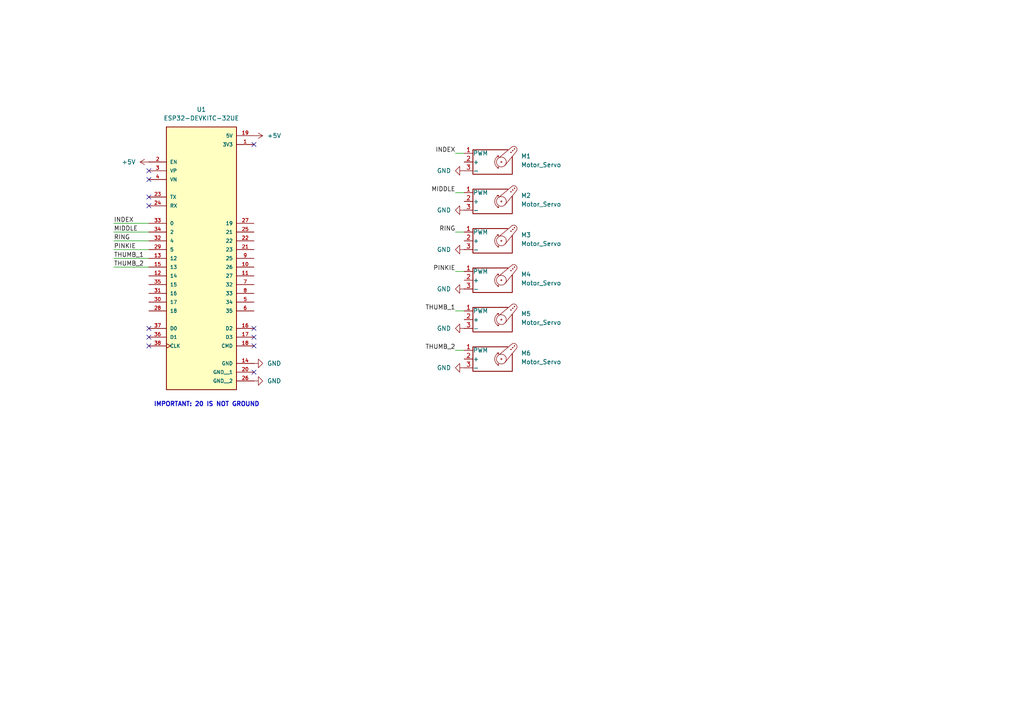
<source format=kicad_sch>
(kicad_sch (version 20231120) (generator "eeschema") (generator_version "8.0")
  (paper "A4")
  (title_block (date "2025-03-07") (company "Piano Hand: Electronics"))
  (lib_symbols
    (symbol "Library:ESP32-DEVKITC-32UE" (pin_names (offset 1.016))
      (property "Reference" "U" (at -10.16 36.83 0))
      (property "Value" "ESP32-DEVKITC-32UE" (at -10.16 -43.18 0))
      (symbol "ESP32-DEVKITC-32UE_0_0"
        (rectangle (start -10.16 -40.64) (end 10.16 35.56) (stroke (width 0.254)) (fill (type background)))
        (pin power_in line (at 15.24 30.48 180) (length 5.08) (name "3V3") (number "1"))
        (pin bidirectional line (at 15.24 -5.08 180) (length 5.08) (name "26") (number "10"))
        (pin bidirectional line (at 15.24 -7.62 180) (length 5.08) (name "27") (number "11"))
        (pin bidirectional line (at -15.24 -7.62 0) (length 5.08) (name "14") (number "12"))
        (pin bidirectional line (at -15.24 -2.54 0) (length 5.08) (name "12") (number "13"))
        (pin power_in line (at 15.24 -33.02 180) (length 5.08) (name "GND") (number "14"))
        (pin bidirectional line (at -15.24 -5.08 0) (length 5.08) (name "13") (number "15"))
        (pin bidirectional line (at 15.24 -22.86 180) (length 5.08) (name "D2") (number "16"))
        (pin bidirectional line (at 15.24 -25.4 180) (length 5.08) (name "D3") (number "17"))
        (pin bidirectional line (at 15.24 -27.94 180) (length 5.08) (name "CMD") (number "18"))
        (pin power_in line (at 15.24 33.02 180) (length 5.08) (name "5V") (number "19"))
        (pin input line (at -15.24 25.4 0) (length 5.08) (name "EN") (number "2"))
        (pin power_in line (at 15.24 -35.56 180) (length 5.08) (name "GND__1") (number "20"))
        (pin bidirectional line (at 15.24 0 180) (length 5.08) (name "23") (number "21"))
        (pin bidirectional line (at 15.24 2.54 180) (length 5.08) (name "22") (number "22"))
        (pin bidirectional line (at -15.24 15.24 0) (length 5.08) (name "TX") (number "23"))
        (pin bidirectional line (at -15.24 12.7 0) (length 5.08) (name "RX") (number "24"))
        (pin bidirectional line (at 15.24 5.08 180) (length 5.08) (name "21") (number "25"))
        (pin power_in line (at 15.24 -38.1 180) (length 5.08) (name "GND__2") (number "26"))
        (pin bidirectional line (at 15.24 7.62 180) (length 5.08) (name "19") (number "27"))
        (pin bidirectional line (at -15.24 -17.78 0) (length 5.08) (name "18") (number "28"))
        (pin bidirectional line (at -15.24 0 0) (length 5.08) (name "5") (number "29"))
        (pin input line (at -15.24 22.86 0) (length 5.08) (name "VP") (number "3"))
        (pin bidirectional line (at -15.24 -15.24 0) (length 5.08) (name "17") (number "30"))
        (pin bidirectional line (at -15.24 -12.7 0) (length 5.08) (name "16") (number "31"))
        (pin bidirectional line (at -15.24 2.54 0) (length 5.08) (name "4") (number "32"))
        (pin bidirectional line (at -15.24 7.62 0) (length 5.08) (name "0") (number "33"))
        (pin bidirectional line (at -15.24 5.08 0) (length 5.08) (name "2") (number "34"))
        (pin bidirectional line (at -15.24 -10.16 0) (length 5.08) (name "15") (number "35"))
        (pin bidirectional line (at -15.24 -25.4 0) (length 5.08) (name "D1") (number "36"))
        (pin bidirectional line (at -15.24 -22.86 0) (length 5.08) (name "D0") (number "37"))
        (pin bidirectional clock (at -15.24 -27.94 0) (length 5.08) (name "CLK") (number "38"))
        (pin input line (at -15.24 20.32 0) (length 5.08) (name "VN") (number "4"))
        (pin bidirectional line (at 15.24 -15.24 180) (length 5.08) (name "34") (number "5"))
        (pin bidirectional line (at 15.24 -17.78 180) (length 5.08) (name "35") (number "6"))
        (pin bidirectional line (at 15.24 -10.16 180) (length 5.08) (name "32") (number "7"))
        (pin bidirectional line (at 15.24 -12.7 180) (length 5.08) (name "33") (number "8"))
        (pin bidirectional line (at 15.24 -2.54 180) (length 5.08) (name "25") (number "9"))
      )
    )
    (symbol "Motor:Motor_Servo" (pin_names (offset 0.0254))
      (property "Reference" "M" (at -5.08 4.445 0))
      (property "Value" "Motor_Servo" (at -5.08 -4.064 0))
      (symbol "Motor_Servo_0_1"
        (polyline (pts (xy 2.413 -1.778) (xy 2.032 -1.778)))
        (polyline (pts (xy 2.413 -1.778) (xy 2.286 -1.397)))
        (polyline (pts (xy 2.413 1.778) (xy 1.905 1.778)))
        (polyline (pts (xy 2.413 1.778) (xy 2.286 1.397)))
        (polyline (pts (xy 6.35 4.445) (xy 2.54 1.27)))
        (polyline (pts (xy 7.62 3.175) (xy 4.191 -1.016)))
        (polyline (pts (xy 5.08 3.556) (xy -5.08 3.556) (xy -5.08 -3.556) (xy 6.35 -3.556) (xy 6.35 1.524)) (stroke (width 0.254)))
        (arc (start 2.413 1.778) (mid 1.2406 0) (end 2.413 -1.778))
        (circle (center 3.175 0) (radius 0.1778))
        (circle (center 3.175 0) (radius 1.4224))
        (circle (center 5.969 2.794) (radius 0.127))
        (circle (center 6.477 3.302) (radius 0.127))
        (circle (center 6.985 3.81) (radius 0.127))
        (arc (start 7.62 3.175) (mid 7.4485 4.2735) (end 6.35 4.445))
      )
      (symbol "Motor_Servo_1_1"
        (pin passive line (at -7.62 2.54 0) (length 2.54) (name "PWM") (number "1"))
        (pin passive line (at -7.62 0 0) (length 2.54) (name "+") (number "2"))
        (pin passive line (at -7.62 -2.54 0) (length 2.54) (name "-") (number "3"))
      )
    )
    (symbol "power:+5V" (power) (pin_numbers hide) (pin_names (offset 0) hide)
      (property "Value" "+5V" (at 0 3.556 0))
      (symbol "+5V_0_1"
        (polyline (pts (xy -0.762 1.27) (xy 0 2.54)))
        (polyline (pts (xy 0 0) (xy 0 2.54)))
        (polyline (pts (xy 0 2.54) (xy 0.762 1.27)))
      )
      (symbol "+5V_1_1"
        (pin power_in line (at 0 0 90) (length 0) (name "~") (number "1"))
      )
    )
    (symbol "power:GND" (power) (pin_numbers hide) (pin_names (offset 0) hide)
      (property "Value" "GND" (at 0 -3.81 0))
      (symbol "GND_0_1"
        (polyline (pts (xy 0 0) (xy 0 -1.27) (xy 1.27 -1.27) (xy 0 -2.54) (xy -1.27 -1.27) (xy 0 -1.27)))
      )
      (symbol "GND_1_1"
        (pin power_in line (at 0 0 270) (length 0) (name "~") (number "1"))
      )
    )
  )
  (no_connect (at 43.18 49.53))
  (no_connect (at 43.18 59.69))
  (no_connect (at 43.18 57.15))
  (no_connect (at 73.66 107.95))
  (no_connect (at 73.66 95.25))
  (no_connect (at 73.66 100.33))
  (no_connect (at 43.18 97.79))
  (no_connect (at 43.18 100.33))
  (no_connect (at 43.18 52.07))
  (no_connect (at 73.66 97.79))
  (no_connect (at 73.66 41.91))
  (no_connect (at 43.18 95.25))
  (wire (pts (xy 132.08 78.74) (xy 134.62 78.74)))
  (wire (pts (xy 33.02 67.31) (xy 43.18 67.31)))
  (wire (pts (xy 33.02 74.93) (xy 43.18 74.93)))
  (wire (pts (xy 33.02 72.39) (xy 43.18 72.39)))
  (wire (pts (xy 132.08 101.6) (xy 134.62 101.6)))
  (wire (pts (xy 132.08 44.45) (xy 134.62 44.45)))
  (wire (pts (xy 33.02 69.85) (xy 43.18 69.85)))
  (wire (pts (xy 33.02 77.47) (xy 43.18 77.47)))
  (wire (pts (xy 132.08 90.17) (xy 134.62 90.17)))
  (wire (pts (xy 132.08 55.88) (xy 134.62 55.88)))
  (wire (pts (xy 132.08 67.31) (xy 134.62 67.31)))
  (wire (pts (xy 33.02 64.77) (xy 43.18 64.77)))
  (text "IMPORTANT: 20 IS NOT GROUND" (at 59.944 117.348 0) (effects (font (size 1.27 1.27) (thickness 0.254) (bold yes))))
  (label "MIDDLE" (at 132.08 55.88 180))
  (label "INDEX" (at 132.08 44.45 180))
  (label "RING" (at 33.02 69.85 0))
  (label "RING" (at 132.08 67.31 180))
  (label "THUMB_2" (at 132.08 101.6 180))
  (label "INDEX" (at 33.02 64.77 0))
  (label "PINKIE" (at 33.02 72.39 0))
  (label "THUMB_1" (at 33.02 74.93 0))
  (label "PINKIE" (at 132.08 78.74 180))
  (label "THUMB_2" (at 33.02 77.47 0))
  (label "THUMB_1" (at 132.08 90.17 180))
  (label "MIDDLE" (at 33.02 67.31 0))
  (symbol (lib_id "Motor:Motor_Servo") (at 142.24 81.28 0) (unit 1)
    (property "Reference" "M4" (at 151.13 79.5765 0) (effects (justify left)))
    (property "Value" "Motor_Servo" (at 151.13 82.1165 0) (effects (justify left)))
    (property "Datasheet" "http://forums.parallax.com/uploads/attachments/46831/74481.png" (effects (hide yes)))
    (property "Description" "Servo Motor (Futaba, HiTec, JR connector)" (effects (hide yes)))
  )
  (symbol (lib_id "power:+5V") (at 43.18 46.99 90) (unit 1)
    (property "Reference" "#PWR2" (effects (hide yes)))
    (property "Value" "+5V" (at 39.37 46.9899 90) (effects (justify left)))
    (property "Description" "Power symbol creates a global label with name \"+5V\"" (effects (hide yes)))
  )
  (symbol (lib_id "Motor:Motor_Servo") (at 142.24 69.85 0) (unit 1)
    (property "Reference" "M3" (at 151.13 68.1465 0) (effects (justify left)))
    (property "Value" "Motor_Servo" (at 151.13 70.6865 0) (effects (justify left)))
    (property "Datasheet" "http://forums.parallax.com/uploads/attachments/46831/74481.png" (effects (hide yes)))
    (property "Description" "Servo Motor (Futaba, HiTec, JR connector)" (effects (hide yes)))
  )
  (symbol (lib_id "power:+5V") (at 73.66 39.37 270) (unit 1)
    (property "Reference" "#PWR1" (effects (hide yes)))
    (property "Value" "+5V" (at 77.47 39.3699 90) (effects (justify left)))
    (property "Description" "Power symbol creates a global label with name \"+5V\"" (effects (hide yes)))
  )
  (symbol (lib_id "power:GND") (at 134.62 49.53 270) (unit 1)
    (property "Reference" "#PWR5" (effects (hide yes)))
    (property "Value" "GND" (at 130.81 49.5299 90) (effects (justify right)))
    (property "Description" "Power symbol creates a global label with name \"GND\" , ground" (effects (hide yes)))
  )
  (symbol (lib_id "Motor:Motor_Servo") (at 142.24 46.99 0) (unit 1)
    (property "Reference" "M1" (at 151.13 45.2865 0) (effects (justify left)))
    (property "Value" "Motor_Servo" (at 151.13 47.8265 0) (effects (justify left)))
    (property "Datasheet" "http://forums.parallax.com/uploads/attachments/46831/74481.png" (effects (hide yes)))
    (property "Description" "Servo Motor (Futaba, HiTec, JR connector)" (effects (hide yes)))
  )
  (symbol (lib_id "power:GND") (at 134.62 72.39 270) (unit 1)
    (property "Reference" "#PWR7" (effects (hide yes)))
    (property "Value" "GND" (at 130.81 72.3899 90) (effects (justify right)))
    (property "Description" "Power symbol creates a global label with name \"GND\" , ground" (effects (hide yes)))
  )
  (symbol (lib_id "power:GND") (at 134.62 106.68 270) (unit 1)
    (property "Reference" "#PWR10" (effects (hide yes)))
    (property "Value" "GND" (at 130.81 106.6799 90) (effects (justify right)))
    (property "Description" "Power symbol creates a global label with name \"GND\" , ground" (effects (hide yes)))
  )
  (symbol (lib_id "Motor:Motor_Servo") (at 142.24 92.71 0) (unit 1)
    (property "Reference" "M5" (at 151.13 91.0065 0) (effects (justify left)))
    (property "Value" "Motor_Servo" (at 151.13 93.5465 0) (effects (justify left)))
    (property "Datasheet" "http://forums.parallax.com/uploads/attachments/46831/74481.png" (effects (hide yes)))
    (property "Description" "Servo Motor (Futaba, HiTec, JR connector)" (effects (hide yes)))
  )
  (symbol (lib_id "power:GND") (at 134.62 83.82 270) (unit 1)
    (property "Reference" "#PWR8" (effects (hide yes)))
    (property "Value" "GND" (at 130.81 83.8199 90) (effects (justify right)))
    (property "Description" "Power symbol creates a global label with name \"GND\" , ground" (effects (hide yes)))
  )
  (symbol (lib_id "power:GND") (at 73.66 110.49 90) (unit 1)
    (property "Reference" "#PWR4" (effects (hide yes)))
    (property "Value" "GND" (at 77.47 110.4899 90) (effects (justify right)))
    (property "Description" "Power symbol creates a global label with name \"GND\" , ground" (effects (hide yes)))
  )
  (symbol (lib_id "power:GND") (at 134.62 95.25 270) (unit 1)
    (property "Reference" "#PWR9" (effects (hide yes)))
    (property "Value" "GND" (at 130.81 95.2499 90) (effects (justify right)))
    (property "Description" "Power symbol creates a global label with name \"GND\" , ground" (effects (hide yes)))
  )
  (symbol (lib_id "Motor:Motor_Servo") (at 142.24 104.14 0) (unit 1)
    (property "Reference" "M6" (at 151.13 102.4365 0) (effects (justify left)))
    (property "Value" "Motor_Servo" (at 151.13 104.9765 0) (effects (justify left)))
    (property "Datasheet" "http://forums.parallax.com/uploads/attachments/46831/74481.png" (effects (hide yes)))
    (property "Description" "Servo Motor (Futaba, HiTec, JR connector)" (effects (hide yes)))
  )
  (symbol (lib_id "Motor:Motor_Servo") (at 142.24 58.42 0) (unit 1)
    (property "Reference" "M2" (at 151.13 56.7165 0) (effects (justify left)))
    (property "Value" "Motor_Servo" (at 151.13 59.2565 0) (effects (justify left)))
    (property "Datasheet" "http://forums.parallax.com/uploads/attachments/46831/74481.png" (effects (hide yes)))
    (property "Description" "Servo Motor (Futaba, HiTec, JR connector)" (effects (hide yes)))
  )
  (symbol (lib_id "Library:ESP32-DEVKITC-32UE") (at 58.42 72.39 0) (unit 1)
    (property "Reference" "U1" (at 58.42 31.75 0))
    (property "Value" "ESP32-DEVKITC-32UE" (at 58.42 34.29 0))
    (property "Footprint" "ESP32-DEVKITC-32UE:ESPRESSIF_ESP32-DEVKITC-32UE" (effects (hide yes)))
    (property "PARTREV" "V4" (effects (hide yes)))
    (property "SNAPEDA_PN" "ESP32-DEVKITC-32UE" (effects (hide yes)))
    (property "MANUFACTURER" "Espressif" (effects (hide yes)))
    (property "MAXIMUM_PACKAGE_HEIGHT" "N/A" (effects (hide yes)))
    (property "STANDARD" "Manufacturer Recommendations" (effects (hide yes)))
  )
  (symbol (lib_id "power:GND") (at 134.62 60.96 270) (unit 1)
    (property "Reference" "#PWR6" (effects (hide yes)))
    (property "Value" "GND" (at 130.81 60.9599 90) (effects (justify right)))
    (property "Description" "Power symbol creates a global label with name \"GND\" , ground" (effects (hide yes)))
  )
  (symbol (lib_id "power:GND") (at 73.66 105.41 90) (unit 1)
    (property "Reference" "#PWR3" (effects (hide yes)))
    (property "Value" "GND" (at 77.47 105.4099 90) (effects (justify right)))
    (property "Description" "Power symbol creates a global label with name \"GND\" , ground" (effects (hide yes)))
  )
)
</source>
